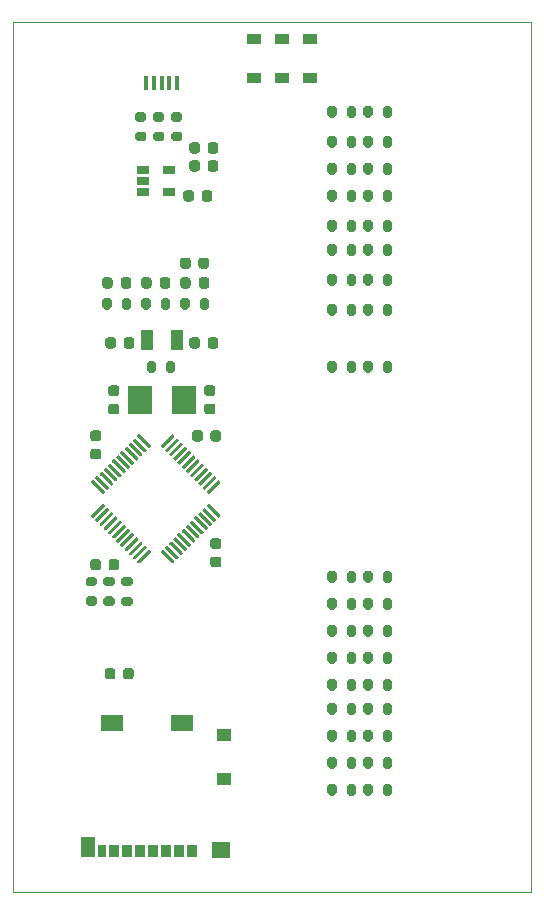
<source format=gbr>
%TF.GenerationSoftware,KiCad,Pcbnew,(5.1.7-0-10_14)*%
%TF.CreationDate,2021-05-27T20:48:50-05:00*%
%TF.ProjectId,bluepill_scsi,626c7565-7069-46c6-9c5f-736373692e6b,rev?*%
%TF.SameCoordinates,Original*%
%TF.FileFunction,Paste,Top*%
%TF.FilePolarity,Positive*%
%FSLAX46Y46*%
G04 Gerber Fmt 4.6, Leading zero omitted, Abs format (unit mm)*
G04 Created by KiCad (PCBNEW (5.1.7-0-10_14)) date 2021-05-27 20:48:50*
%MOMM*%
%LPD*%
G01*
G04 APERTURE LIST*
%TA.AperFunction,Profile*%
%ADD10C,0.050000*%
%TD*%
%ADD11R,1.200000X0.900000*%
%ADD12R,1.900000X1.350000*%
%ADD13R,1.200000X1.000000*%
%ADD14R,1.550000X1.350000*%
%ADD15R,1.170000X1.800000*%
%ADD16R,0.850000X1.100000*%
%ADD17R,0.750000X1.100000*%
%ADD18R,2.000000X2.400000*%
%ADD19R,1.000000X1.800000*%
%ADD20R,1.060000X0.650000*%
%ADD21R,0.450000X1.300000*%
G04 APERTURE END LIST*
D10*
X71755000Y-149225000D02*
X71120000Y-149225000D01*
X71120000Y-147955000D02*
X71120000Y-149225000D01*
X114935000Y-149225000D02*
X71755000Y-149225000D01*
X114935000Y-147955000D02*
X114935000Y-149225000D01*
X114935000Y-75565000D02*
X71120000Y-75565000D01*
X114935000Y-147955000D02*
X114935000Y-75565000D01*
X71120000Y-147955000D02*
X71120000Y-75565000D01*
D11*
%TO.C,D6*%
X91528900Y-76975700D03*
X91528900Y-80275700D03*
%TD*%
%TO.C,D4*%
X96240600Y-76975700D03*
X96240600Y-80275700D03*
%TD*%
%TO.C,D3*%
X93884750Y-76975700D03*
X93884750Y-80275700D03*
%TD*%
%TO.C,R47*%
G36*
G01*
X101556000Y-124566000D02*
X101556000Y-125116000D01*
G75*
G02*
X101356000Y-125316000I-200000J0D01*
G01*
X100956000Y-125316000D01*
G75*
G02*
X100756000Y-125116000I0J200000D01*
G01*
X100756000Y-124566000D01*
G75*
G02*
X100956000Y-124366000I200000J0D01*
G01*
X101356000Y-124366000D01*
G75*
G02*
X101556000Y-124566000I0J-200000D01*
G01*
G37*
G36*
G01*
X103206000Y-124566000D02*
X103206000Y-125116000D01*
G75*
G02*
X103006000Y-125316000I-200000J0D01*
G01*
X102606000Y-125316000D01*
G75*
G02*
X102406000Y-125116000I0J200000D01*
G01*
X102406000Y-124566000D01*
G75*
G02*
X102606000Y-124366000I200000J0D01*
G01*
X103006000Y-124366000D01*
G75*
G02*
X103206000Y-124566000I0J-200000D01*
G01*
G37*
%TD*%
%TO.C,R46*%
G36*
G01*
X99358000Y-125116000D02*
X99358000Y-124566000D01*
G75*
G02*
X99558000Y-124366000I200000J0D01*
G01*
X99958000Y-124366000D01*
G75*
G02*
X100158000Y-124566000I0J-200000D01*
G01*
X100158000Y-125116000D01*
G75*
G02*
X99958000Y-125316000I-200000J0D01*
G01*
X99558000Y-125316000D01*
G75*
G02*
X99358000Y-125116000I0J200000D01*
G01*
G37*
G36*
G01*
X97708000Y-125116000D02*
X97708000Y-124566000D01*
G75*
G02*
X97908000Y-124366000I200000J0D01*
G01*
X98308000Y-124366000D01*
G75*
G02*
X98508000Y-124566000I0J-200000D01*
G01*
X98508000Y-125116000D01*
G75*
G02*
X98308000Y-125316000I-200000J0D01*
G01*
X97908000Y-125316000D01*
G75*
G02*
X97708000Y-125116000I0J200000D01*
G01*
G37*
%TD*%
%TO.C,R45*%
G36*
G01*
X101556000Y-126852000D02*
X101556000Y-127402000D01*
G75*
G02*
X101356000Y-127602000I-200000J0D01*
G01*
X100956000Y-127602000D01*
G75*
G02*
X100756000Y-127402000I0J200000D01*
G01*
X100756000Y-126852000D01*
G75*
G02*
X100956000Y-126652000I200000J0D01*
G01*
X101356000Y-126652000D01*
G75*
G02*
X101556000Y-126852000I0J-200000D01*
G01*
G37*
G36*
G01*
X103206000Y-126852000D02*
X103206000Y-127402000D01*
G75*
G02*
X103006000Y-127602000I-200000J0D01*
G01*
X102606000Y-127602000D01*
G75*
G02*
X102406000Y-127402000I0J200000D01*
G01*
X102406000Y-126852000D01*
G75*
G02*
X102606000Y-126652000I200000J0D01*
G01*
X103006000Y-126652000D01*
G75*
G02*
X103206000Y-126852000I0J-200000D01*
G01*
G37*
%TD*%
%TO.C,R44*%
G36*
G01*
X99358000Y-127402000D02*
X99358000Y-126852000D01*
G75*
G02*
X99558000Y-126652000I200000J0D01*
G01*
X99958000Y-126652000D01*
G75*
G02*
X100158000Y-126852000I0J-200000D01*
G01*
X100158000Y-127402000D01*
G75*
G02*
X99958000Y-127602000I-200000J0D01*
G01*
X99558000Y-127602000D01*
G75*
G02*
X99358000Y-127402000I0J200000D01*
G01*
G37*
G36*
G01*
X97708000Y-127402000D02*
X97708000Y-126852000D01*
G75*
G02*
X97908000Y-126652000I200000J0D01*
G01*
X98308000Y-126652000D01*
G75*
G02*
X98508000Y-126852000I0J-200000D01*
G01*
X98508000Y-127402000D01*
G75*
G02*
X98308000Y-127602000I-200000J0D01*
G01*
X97908000Y-127602000D01*
G75*
G02*
X97708000Y-127402000I0J200000D01*
G01*
G37*
%TD*%
%TO.C,R43*%
G36*
G01*
X101556000Y-129138000D02*
X101556000Y-129688000D01*
G75*
G02*
X101356000Y-129888000I-200000J0D01*
G01*
X100956000Y-129888000D01*
G75*
G02*
X100756000Y-129688000I0J200000D01*
G01*
X100756000Y-129138000D01*
G75*
G02*
X100956000Y-128938000I200000J0D01*
G01*
X101356000Y-128938000D01*
G75*
G02*
X101556000Y-129138000I0J-200000D01*
G01*
G37*
G36*
G01*
X103206000Y-129138000D02*
X103206000Y-129688000D01*
G75*
G02*
X103006000Y-129888000I-200000J0D01*
G01*
X102606000Y-129888000D01*
G75*
G02*
X102406000Y-129688000I0J200000D01*
G01*
X102406000Y-129138000D01*
G75*
G02*
X102606000Y-128938000I200000J0D01*
G01*
X103006000Y-128938000D01*
G75*
G02*
X103206000Y-129138000I0J-200000D01*
G01*
G37*
%TD*%
%TO.C,R42*%
G36*
G01*
X99358000Y-129688000D02*
X99358000Y-129138000D01*
G75*
G02*
X99558000Y-128938000I200000J0D01*
G01*
X99958000Y-128938000D01*
G75*
G02*
X100158000Y-129138000I0J-200000D01*
G01*
X100158000Y-129688000D01*
G75*
G02*
X99958000Y-129888000I-200000J0D01*
G01*
X99558000Y-129888000D01*
G75*
G02*
X99358000Y-129688000I0J200000D01*
G01*
G37*
G36*
G01*
X97708000Y-129688000D02*
X97708000Y-129138000D01*
G75*
G02*
X97908000Y-128938000I200000J0D01*
G01*
X98308000Y-128938000D01*
G75*
G02*
X98508000Y-129138000I0J-200000D01*
G01*
X98508000Y-129688000D01*
G75*
G02*
X98308000Y-129888000I-200000J0D01*
G01*
X97908000Y-129888000D01*
G75*
G02*
X97708000Y-129688000I0J200000D01*
G01*
G37*
%TD*%
%TO.C,R41*%
G36*
G01*
X101556000Y-131424000D02*
X101556000Y-131974000D01*
G75*
G02*
X101356000Y-132174000I-200000J0D01*
G01*
X100956000Y-132174000D01*
G75*
G02*
X100756000Y-131974000I0J200000D01*
G01*
X100756000Y-131424000D01*
G75*
G02*
X100956000Y-131224000I200000J0D01*
G01*
X101356000Y-131224000D01*
G75*
G02*
X101556000Y-131424000I0J-200000D01*
G01*
G37*
G36*
G01*
X103206000Y-131424000D02*
X103206000Y-131974000D01*
G75*
G02*
X103006000Y-132174000I-200000J0D01*
G01*
X102606000Y-132174000D01*
G75*
G02*
X102406000Y-131974000I0J200000D01*
G01*
X102406000Y-131424000D01*
G75*
G02*
X102606000Y-131224000I200000J0D01*
G01*
X103006000Y-131224000D01*
G75*
G02*
X103206000Y-131424000I0J-200000D01*
G01*
G37*
%TD*%
%TO.C,R40*%
G36*
G01*
X99358000Y-131974000D02*
X99358000Y-131424000D01*
G75*
G02*
X99558000Y-131224000I200000J0D01*
G01*
X99958000Y-131224000D01*
G75*
G02*
X100158000Y-131424000I0J-200000D01*
G01*
X100158000Y-131974000D01*
G75*
G02*
X99958000Y-132174000I-200000J0D01*
G01*
X99558000Y-132174000D01*
G75*
G02*
X99358000Y-131974000I0J200000D01*
G01*
G37*
G36*
G01*
X97708000Y-131974000D02*
X97708000Y-131424000D01*
G75*
G02*
X97908000Y-131224000I200000J0D01*
G01*
X98308000Y-131224000D01*
G75*
G02*
X98508000Y-131424000I0J-200000D01*
G01*
X98508000Y-131974000D01*
G75*
G02*
X98308000Y-132174000I-200000J0D01*
G01*
X97908000Y-132174000D01*
G75*
G02*
X97708000Y-131974000I0J200000D01*
G01*
G37*
%TD*%
%TO.C,R39*%
G36*
G01*
X101556000Y-133456000D02*
X101556000Y-134006000D01*
G75*
G02*
X101356000Y-134206000I-200000J0D01*
G01*
X100956000Y-134206000D01*
G75*
G02*
X100756000Y-134006000I0J200000D01*
G01*
X100756000Y-133456000D01*
G75*
G02*
X100956000Y-133256000I200000J0D01*
G01*
X101356000Y-133256000D01*
G75*
G02*
X101556000Y-133456000I0J-200000D01*
G01*
G37*
G36*
G01*
X103206000Y-133456000D02*
X103206000Y-134006000D01*
G75*
G02*
X103006000Y-134206000I-200000J0D01*
G01*
X102606000Y-134206000D01*
G75*
G02*
X102406000Y-134006000I0J200000D01*
G01*
X102406000Y-133456000D01*
G75*
G02*
X102606000Y-133256000I200000J0D01*
G01*
X103006000Y-133256000D01*
G75*
G02*
X103206000Y-133456000I0J-200000D01*
G01*
G37*
%TD*%
%TO.C,R38*%
G36*
G01*
X99358000Y-134006000D02*
X99358000Y-133456000D01*
G75*
G02*
X99558000Y-133256000I200000J0D01*
G01*
X99958000Y-133256000D01*
G75*
G02*
X100158000Y-133456000I0J-200000D01*
G01*
X100158000Y-134006000D01*
G75*
G02*
X99958000Y-134206000I-200000J0D01*
G01*
X99558000Y-134206000D01*
G75*
G02*
X99358000Y-134006000I0J200000D01*
G01*
G37*
G36*
G01*
X97708000Y-134006000D02*
X97708000Y-133456000D01*
G75*
G02*
X97908000Y-133256000I200000J0D01*
G01*
X98308000Y-133256000D01*
G75*
G02*
X98508000Y-133456000I0J-200000D01*
G01*
X98508000Y-134006000D01*
G75*
G02*
X98308000Y-134206000I-200000J0D01*
G01*
X97908000Y-134206000D01*
G75*
G02*
X97708000Y-134006000I0J200000D01*
G01*
G37*
%TD*%
%TO.C,R37*%
G36*
G01*
X101556000Y-135742000D02*
X101556000Y-136292000D01*
G75*
G02*
X101356000Y-136492000I-200000J0D01*
G01*
X100956000Y-136492000D01*
G75*
G02*
X100756000Y-136292000I0J200000D01*
G01*
X100756000Y-135742000D01*
G75*
G02*
X100956000Y-135542000I200000J0D01*
G01*
X101356000Y-135542000D01*
G75*
G02*
X101556000Y-135742000I0J-200000D01*
G01*
G37*
G36*
G01*
X103206000Y-135742000D02*
X103206000Y-136292000D01*
G75*
G02*
X103006000Y-136492000I-200000J0D01*
G01*
X102606000Y-136492000D01*
G75*
G02*
X102406000Y-136292000I0J200000D01*
G01*
X102406000Y-135742000D01*
G75*
G02*
X102606000Y-135542000I200000J0D01*
G01*
X103006000Y-135542000D01*
G75*
G02*
X103206000Y-135742000I0J-200000D01*
G01*
G37*
%TD*%
%TO.C,R36*%
G36*
G01*
X99358000Y-136292000D02*
X99358000Y-135742000D01*
G75*
G02*
X99558000Y-135542000I200000J0D01*
G01*
X99958000Y-135542000D01*
G75*
G02*
X100158000Y-135742000I0J-200000D01*
G01*
X100158000Y-136292000D01*
G75*
G02*
X99958000Y-136492000I-200000J0D01*
G01*
X99558000Y-136492000D01*
G75*
G02*
X99358000Y-136292000I0J200000D01*
G01*
G37*
G36*
G01*
X97708000Y-136292000D02*
X97708000Y-135742000D01*
G75*
G02*
X97908000Y-135542000I200000J0D01*
G01*
X98308000Y-135542000D01*
G75*
G02*
X98508000Y-135742000I0J-200000D01*
G01*
X98508000Y-136292000D01*
G75*
G02*
X98308000Y-136492000I-200000J0D01*
G01*
X97908000Y-136492000D01*
G75*
G02*
X97708000Y-136292000I0J200000D01*
G01*
G37*
%TD*%
%TO.C,R35*%
G36*
G01*
X101556000Y-138028000D02*
X101556000Y-138578000D01*
G75*
G02*
X101356000Y-138778000I-200000J0D01*
G01*
X100956000Y-138778000D01*
G75*
G02*
X100756000Y-138578000I0J200000D01*
G01*
X100756000Y-138028000D01*
G75*
G02*
X100956000Y-137828000I200000J0D01*
G01*
X101356000Y-137828000D01*
G75*
G02*
X101556000Y-138028000I0J-200000D01*
G01*
G37*
G36*
G01*
X103206000Y-138028000D02*
X103206000Y-138578000D01*
G75*
G02*
X103006000Y-138778000I-200000J0D01*
G01*
X102606000Y-138778000D01*
G75*
G02*
X102406000Y-138578000I0J200000D01*
G01*
X102406000Y-138028000D01*
G75*
G02*
X102606000Y-137828000I200000J0D01*
G01*
X103006000Y-137828000D01*
G75*
G02*
X103206000Y-138028000I0J-200000D01*
G01*
G37*
%TD*%
%TO.C,R34*%
G36*
G01*
X99358000Y-138578000D02*
X99358000Y-138028000D01*
G75*
G02*
X99558000Y-137828000I200000J0D01*
G01*
X99958000Y-137828000D01*
G75*
G02*
X100158000Y-138028000I0J-200000D01*
G01*
X100158000Y-138578000D01*
G75*
G02*
X99958000Y-138778000I-200000J0D01*
G01*
X99558000Y-138778000D01*
G75*
G02*
X99358000Y-138578000I0J200000D01*
G01*
G37*
G36*
G01*
X97708000Y-138578000D02*
X97708000Y-138028000D01*
G75*
G02*
X97908000Y-137828000I200000J0D01*
G01*
X98308000Y-137828000D01*
G75*
G02*
X98508000Y-138028000I0J-200000D01*
G01*
X98508000Y-138578000D01*
G75*
G02*
X98308000Y-138778000I-200000J0D01*
G01*
X97908000Y-138778000D01*
G75*
G02*
X97708000Y-138578000I0J200000D01*
G01*
G37*
%TD*%
%TO.C,R33*%
G36*
G01*
X101556000Y-140314000D02*
X101556000Y-140864000D01*
G75*
G02*
X101356000Y-141064000I-200000J0D01*
G01*
X100956000Y-141064000D01*
G75*
G02*
X100756000Y-140864000I0J200000D01*
G01*
X100756000Y-140314000D01*
G75*
G02*
X100956000Y-140114000I200000J0D01*
G01*
X101356000Y-140114000D01*
G75*
G02*
X101556000Y-140314000I0J-200000D01*
G01*
G37*
G36*
G01*
X103206000Y-140314000D02*
X103206000Y-140864000D01*
G75*
G02*
X103006000Y-141064000I-200000J0D01*
G01*
X102606000Y-141064000D01*
G75*
G02*
X102406000Y-140864000I0J200000D01*
G01*
X102406000Y-140314000D01*
G75*
G02*
X102606000Y-140114000I200000J0D01*
G01*
X103006000Y-140114000D01*
G75*
G02*
X103206000Y-140314000I0J-200000D01*
G01*
G37*
%TD*%
%TO.C,R32*%
G36*
G01*
X99358000Y-140864000D02*
X99358000Y-140314000D01*
G75*
G02*
X99558000Y-140114000I200000J0D01*
G01*
X99958000Y-140114000D01*
G75*
G02*
X100158000Y-140314000I0J-200000D01*
G01*
X100158000Y-140864000D01*
G75*
G02*
X99958000Y-141064000I-200000J0D01*
G01*
X99558000Y-141064000D01*
G75*
G02*
X99358000Y-140864000I0J200000D01*
G01*
G37*
G36*
G01*
X97708000Y-140864000D02*
X97708000Y-140314000D01*
G75*
G02*
X97908000Y-140114000I200000J0D01*
G01*
X98308000Y-140114000D01*
G75*
G02*
X98508000Y-140314000I0J-200000D01*
G01*
X98508000Y-140864000D01*
G75*
G02*
X98308000Y-141064000I-200000J0D01*
G01*
X97908000Y-141064000D01*
G75*
G02*
X97708000Y-140864000I0J200000D01*
G01*
G37*
%TD*%
%TO.C,R31*%
G36*
G01*
X101556000Y-122280000D02*
X101556000Y-122830000D01*
G75*
G02*
X101356000Y-123030000I-200000J0D01*
G01*
X100956000Y-123030000D01*
G75*
G02*
X100756000Y-122830000I0J200000D01*
G01*
X100756000Y-122280000D01*
G75*
G02*
X100956000Y-122080000I200000J0D01*
G01*
X101356000Y-122080000D01*
G75*
G02*
X101556000Y-122280000I0J-200000D01*
G01*
G37*
G36*
G01*
X103206000Y-122280000D02*
X103206000Y-122830000D01*
G75*
G02*
X103006000Y-123030000I-200000J0D01*
G01*
X102606000Y-123030000D01*
G75*
G02*
X102406000Y-122830000I0J200000D01*
G01*
X102406000Y-122280000D01*
G75*
G02*
X102606000Y-122080000I200000J0D01*
G01*
X103006000Y-122080000D01*
G75*
G02*
X103206000Y-122280000I0J-200000D01*
G01*
G37*
%TD*%
%TO.C,R30*%
G36*
G01*
X99358000Y-122830000D02*
X99358000Y-122280000D01*
G75*
G02*
X99558000Y-122080000I200000J0D01*
G01*
X99958000Y-122080000D01*
G75*
G02*
X100158000Y-122280000I0J-200000D01*
G01*
X100158000Y-122830000D01*
G75*
G02*
X99958000Y-123030000I-200000J0D01*
G01*
X99558000Y-123030000D01*
G75*
G02*
X99358000Y-122830000I0J200000D01*
G01*
G37*
G36*
G01*
X97708000Y-122830000D02*
X97708000Y-122280000D01*
G75*
G02*
X97908000Y-122080000I200000J0D01*
G01*
X98308000Y-122080000D01*
G75*
G02*
X98508000Y-122280000I0J-200000D01*
G01*
X98508000Y-122830000D01*
G75*
G02*
X98308000Y-123030000I-200000J0D01*
G01*
X97908000Y-123030000D01*
G75*
G02*
X97708000Y-122830000I0J200000D01*
G01*
G37*
%TD*%
%TO.C,R29*%
G36*
G01*
X101556000Y-104500000D02*
X101556000Y-105050000D01*
G75*
G02*
X101356000Y-105250000I-200000J0D01*
G01*
X100956000Y-105250000D01*
G75*
G02*
X100756000Y-105050000I0J200000D01*
G01*
X100756000Y-104500000D01*
G75*
G02*
X100956000Y-104300000I200000J0D01*
G01*
X101356000Y-104300000D01*
G75*
G02*
X101556000Y-104500000I0J-200000D01*
G01*
G37*
G36*
G01*
X103206000Y-104500000D02*
X103206000Y-105050000D01*
G75*
G02*
X103006000Y-105250000I-200000J0D01*
G01*
X102606000Y-105250000D01*
G75*
G02*
X102406000Y-105050000I0J200000D01*
G01*
X102406000Y-104500000D01*
G75*
G02*
X102606000Y-104300000I200000J0D01*
G01*
X103006000Y-104300000D01*
G75*
G02*
X103206000Y-104500000I0J-200000D01*
G01*
G37*
%TD*%
%TO.C,R28*%
G36*
G01*
X99358000Y-105050000D02*
X99358000Y-104500000D01*
G75*
G02*
X99558000Y-104300000I200000J0D01*
G01*
X99958000Y-104300000D01*
G75*
G02*
X100158000Y-104500000I0J-200000D01*
G01*
X100158000Y-105050000D01*
G75*
G02*
X99958000Y-105250000I-200000J0D01*
G01*
X99558000Y-105250000D01*
G75*
G02*
X99358000Y-105050000I0J200000D01*
G01*
G37*
G36*
G01*
X97708000Y-105050000D02*
X97708000Y-104500000D01*
G75*
G02*
X97908000Y-104300000I200000J0D01*
G01*
X98308000Y-104300000D01*
G75*
G02*
X98508000Y-104500000I0J-200000D01*
G01*
X98508000Y-105050000D01*
G75*
G02*
X98308000Y-105250000I-200000J0D01*
G01*
X97908000Y-105250000D01*
G75*
G02*
X97708000Y-105050000I0J200000D01*
G01*
G37*
%TD*%
%TO.C,R27*%
G36*
G01*
X101556000Y-97134000D02*
X101556000Y-97684000D01*
G75*
G02*
X101356000Y-97884000I-200000J0D01*
G01*
X100956000Y-97884000D01*
G75*
G02*
X100756000Y-97684000I0J200000D01*
G01*
X100756000Y-97134000D01*
G75*
G02*
X100956000Y-96934000I200000J0D01*
G01*
X101356000Y-96934000D01*
G75*
G02*
X101556000Y-97134000I0J-200000D01*
G01*
G37*
G36*
G01*
X103206000Y-97134000D02*
X103206000Y-97684000D01*
G75*
G02*
X103006000Y-97884000I-200000J0D01*
G01*
X102606000Y-97884000D01*
G75*
G02*
X102406000Y-97684000I0J200000D01*
G01*
X102406000Y-97134000D01*
G75*
G02*
X102606000Y-96934000I200000J0D01*
G01*
X103006000Y-96934000D01*
G75*
G02*
X103206000Y-97134000I0J-200000D01*
G01*
G37*
%TD*%
%TO.C,R26*%
G36*
G01*
X99358000Y-97684000D02*
X99358000Y-97134000D01*
G75*
G02*
X99558000Y-96934000I200000J0D01*
G01*
X99958000Y-96934000D01*
G75*
G02*
X100158000Y-97134000I0J-200000D01*
G01*
X100158000Y-97684000D01*
G75*
G02*
X99958000Y-97884000I-200000J0D01*
G01*
X99558000Y-97884000D01*
G75*
G02*
X99358000Y-97684000I0J200000D01*
G01*
G37*
G36*
G01*
X97708000Y-97684000D02*
X97708000Y-97134000D01*
G75*
G02*
X97908000Y-96934000I200000J0D01*
G01*
X98308000Y-96934000D01*
G75*
G02*
X98508000Y-97134000I0J-200000D01*
G01*
X98508000Y-97684000D01*
G75*
G02*
X98308000Y-97884000I-200000J0D01*
G01*
X97908000Y-97884000D01*
G75*
G02*
X97708000Y-97684000I0J200000D01*
G01*
G37*
%TD*%
%TO.C,R25*%
G36*
G01*
X101556000Y-94594000D02*
X101556000Y-95144000D01*
G75*
G02*
X101356000Y-95344000I-200000J0D01*
G01*
X100956000Y-95344000D01*
G75*
G02*
X100756000Y-95144000I0J200000D01*
G01*
X100756000Y-94594000D01*
G75*
G02*
X100956000Y-94394000I200000J0D01*
G01*
X101356000Y-94394000D01*
G75*
G02*
X101556000Y-94594000I0J-200000D01*
G01*
G37*
G36*
G01*
X103206000Y-94594000D02*
X103206000Y-95144000D01*
G75*
G02*
X103006000Y-95344000I-200000J0D01*
G01*
X102606000Y-95344000D01*
G75*
G02*
X102406000Y-95144000I0J200000D01*
G01*
X102406000Y-94594000D01*
G75*
G02*
X102606000Y-94394000I200000J0D01*
G01*
X103006000Y-94394000D01*
G75*
G02*
X103206000Y-94594000I0J-200000D01*
G01*
G37*
%TD*%
%TO.C,R24*%
G36*
G01*
X99358000Y-95144000D02*
X99358000Y-94594000D01*
G75*
G02*
X99558000Y-94394000I200000J0D01*
G01*
X99958000Y-94394000D01*
G75*
G02*
X100158000Y-94594000I0J-200000D01*
G01*
X100158000Y-95144000D01*
G75*
G02*
X99958000Y-95344000I-200000J0D01*
G01*
X99558000Y-95344000D01*
G75*
G02*
X99358000Y-95144000I0J200000D01*
G01*
G37*
G36*
G01*
X97708000Y-95144000D02*
X97708000Y-94594000D01*
G75*
G02*
X97908000Y-94394000I200000J0D01*
G01*
X98308000Y-94394000D01*
G75*
G02*
X98508000Y-94594000I0J-200000D01*
G01*
X98508000Y-95144000D01*
G75*
G02*
X98308000Y-95344000I-200000J0D01*
G01*
X97908000Y-95344000D01*
G75*
G02*
X97708000Y-95144000I0J200000D01*
G01*
G37*
%TD*%
%TO.C,R23*%
G36*
G01*
X101556000Y-90022000D02*
X101556000Y-90572000D01*
G75*
G02*
X101356000Y-90772000I-200000J0D01*
G01*
X100956000Y-90772000D01*
G75*
G02*
X100756000Y-90572000I0J200000D01*
G01*
X100756000Y-90022000D01*
G75*
G02*
X100956000Y-89822000I200000J0D01*
G01*
X101356000Y-89822000D01*
G75*
G02*
X101556000Y-90022000I0J-200000D01*
G01*
G37*
G36*
G01*
X103206000Y-90022000D02*
X103206000Y-90572000D01*
G75*
G02*
X103006000Y-90772000I-200000J0D01*
G01*
X102606000Y-90772000D01*
G75*
G02*
X102406000Y-90572000I0J200000D01*
G01*
X102406000Y-90022000D01*
G75*
G02*
X102606000Y-89822000I200000J0D01*
G01*
X103006000Y-89822000D01*
G75*
G02*
X103206000Y-90022000I0J-200000D01*
G01*
G37*
%TD*%
%TO.C,R22*%
G36*
G01*
X99358000Y-90572000D02*
X99358000Y-90022000D01*
G75*
G02*
X99558000Y-89822000I200000J0D01*
G01*
X99958000Y-89822000D01*
G75*
G02*
X100158000Y-90022000I0J-200000D01*
G01*
X100158000Y-90572000D01*
G75*
G02*
X99958000Y-90772000I-200000J0D01*
G01*
X99558000Y-90772000D01*
G75*
G02*
X99358000Y-90572000I0J200000D01*
G01*
G37*
G36*
G01*
X97708000Y-90572000D02*
X97708000Y-90022000D01*
G75*
G02*
X97908000Y-89822000I200000J0D01*
G01*
X98308000Y-89822000D01*
G75*
G02*
X98508000Y-90022000I0J-200000D01*
G01*
X98508000Y-90572000D01*
G75*
G02*
X98308000Y-90772000I-200000J0D01*
G01*
X97908000Y-90772000D01*
G75*
G02*
X97708000Y-90572000I0J200000D01*
G01*
G37*
%TD*%
%TO.C,R21*%
G36*
G01*
X101556000Y-99674000D02*
X101556000Y-100224000D01*
G75*
G02*
X101356000Y-100424000I-200000J0D01*
G01*
X100956000Y-100424000D01*
G75*
G02*
X100756000Y-100224000I0J200000D01*
G01*
X100756000Y-99674000D01*
G75*
G02*
X100956000Y-99474000I200000J0D01*
G01*
X101356000Y-99474000D01*
G75*
G02*
X101556000Y-99674000I0J-200000D01*
G01*
G37*
G36*
G01*
X103206000Y-99674000D02*
X103206000Y-100224000D01*
G75*
G02*
X103006000Y-100424000I-200000J0D01*
G01*
X102606000Y-100424000D01*
G75*
G02*
X102406000Y-100224000I0J200000D01*
G01*
X102406000Y-99674000D01*
G75*
G02*
X102606000Y-99474000I200000J0D01*
G01*
X103006000Y-99474000D01*
G75*
G02*
X103206000Y-99674000I0J-200000D01*
G01*
G37*
%TD*%
%TO.C,R20*%
G36*
G01*
X99358000Y-100224000D02*
X99358000Y-99674000D01*
G75*
G02*
X99558000Y-99474000I200000J0D01*
G01*
X99958000Y-99474000D01*
G75*
G02*
X100158000Y-99674000I0J-200000D01*
G01*
X100158000Y-100224000D01*
G75*
G02*
X99958000Y-100424000I-200000J0D01*
G01*
X99558000Y-100424000D01*
G75*
G02*
X99358000Y-100224000I0J200000D01*
G01*
G37*
G36*
G01*
X97708000Y-100224000D02*
X97708000Y-99674000D01*
G75*
G02*
X97908000Y-99474000I200000J0D01*
G01*
X98308000Y-99474000D01*
G75*
G02*
X98508000Y-99674000I0J-200000D01*
G01*
X98508000Y-100224000D01*
G75*
G02*
X98308000Y-100424000I-200000J0D01*
G01*
X97908000Y-100424000D01*
G75*
G02*
X97708000Y-100224000I0J200000D01*
G01*
G37*
%TD*%
%TO.C,R19*%
G36*
G01*
X101556000Y-92562000D02*
X101556000Y-93112000D01*
G75*
G02*
X101356000Y-93312000I-200000J0D01*
G01*
X100956000Y-93312000D01*
G75*
G02*
X100756000Y-93112000I0J200000D01*
G01*
X100756000Y-92562000D01*
G75*
G02*
X100956000Y-92362000I200000J0D01*
G01*
X101356000Y-92362000D01*
G75*
G02*
X101556000Y-92562000I0J-200000D01*
G01*
G37*
G36*
G01*
X103206000Y-92562000D02*
X103206000Y-93112000D01*
G75*
G02*
X103006000Y-93312000I-200000J0D01*
G01*
X102606000Y-93312000D01*
G75*
G02*
X102406000Y-93112000I0J200000D01*
G01*
X102406000Y-92562000D01*
G75*
G02*
X102606000Y-92362000I200000J0D01*
G01*
X103006000Y-92362000D01*
G75*
G02*
X103206000Y-92562000I0J-200000D01*
G01*
G37*
%TD*%
%TO.C,R18*%
G36*
G01*
X99358000Y-93112000D02*
X99358000Y-92562000D01*
G75*
G02*
X99558000Y-92362000I200000J0D01*
G01*
X99958000Y-92362000D01*
G75*
G02*
X100158000Y-92562000I0J-200000D01*
G01*
X100158000Y-93112000D01*
G75*
G02*
X99958000Y-93312000I-200000J0D01*
G01*
X99558000Y-93312000D01*
G75*
G02*
X99358000Y-93112000I0J200000D01*
G01*
G37*
G36*
G01*
X97708000Y-93112000D02*
X97708000Y-92562000D01*
G75*
G02*
X97908000Y-92362000I200000J0D01*
G01*
X98308000Y-92362000D01*
G75*
G02*
X98508000Y-92562000I0J-200000D01*
G01*
X98508000Y-93112000D01*
G75*
G02*
X98308000Y-93312000I-200000J0D01*
G01*
X97908000Y-93312000D01*
G75*
G02*
X97708000Y-93112000I0J200000D01*
G01*
G37*
%TD*%
%TO.C,R17*%
G36*
G01*
X101556000Y-87736000D02*
X101556000Y-88286000D01*
G75*
G02*
X101356000Y-88486000I-200000J0D01*
G01*
X100956000Y-88486000D01*
G75*
G02*
X100756000Y-88286000I0J200000D01*
G01*
X100756000Y-87736000D01*
G75*
G02*
X100956000Y-87536000I200000J0D01*
G01*
X101356000Y-87536000D01*
G75*
G02*
X101556000Y-87736000I0J-200000D01*
G01*
G37*
G36*
G01*
X103206000Y-87736000D02*
X103206000Y-88286000D01*
G75*
G02*
X103006000Y-88486000I-200000J0D01*
G01*
X102606000Y-88486000D01*
G75*
G02*
X102406000Y-88286000I0J200000D01*
G01*
X102406000Y-87736000D01*
G75*
G02*
X102606000Y-87536000I200000J0D01*
G01*
X103006000Y-87536000D01*
G75*
G02*
X103206000Y-87736000I0J-200000D01*
G01*
G37*
%TD*%
%TO.C,R16*%
G36*
G01*
X99358000Y-88286000D02*
X99358000Y-87736000D01*
G75*
G02*
X99558000Y-87536000I200000J0D01*
G01*
X99958000Y-87536000D01*
G75*
G02*
X100158000Y-87736000I0J-200000D01*
G01*
X100158000Y-88286000D01*
G75*
G02*
X99958000Y-88486000I-200000J0D01*
G01*
X99558000Y-88486000D01*
G75*
G02*
X99358000Y-88286000I0J200000D01*
G01*
G37*
G36*
G01*
X97708000Y-88286000D02*
X97708000Y-87736000D01*
G75*
G02*
X97908000Y-87536000I200000J0D01*
G01*
X98308000Y-87536000D01*
G75*
G02*
X98508000Y-87736000I0J-200000D01*
G01*
X98508000Y-88286000D01*
G75*
G02*
X98308000Y-88486000I-200000J0D01*
G01*
X97908000Y-88486000D01*
G75*
G02*
X97708000Y-88286000I0J200000D01*
G01*
G37*
%TD*%
%TO.C,R15*%
G36*
G01*
X101556000Y-85450000D02*
X101556000Y-86000000D01*
G75*
G02*
X101356000Y-86200000I-200000J0D01*
G01*
X100956000Y-86200000D01*
G75*
G02*
X100756000Y-86000000I0J200000D01*
G01*
X100756000Y-85450000D01*
G75*
G02*
X100956000Y-85250000I200000J0D01*
G01*
X101356000Y-85250000D01*
G75*
G02*
X101556000Y-85450000I0J-200000D01*
G01*
G37*
G36*
G01*
X103206000Y-85450000D02*
X103206000Y-86000000D01*
G75*
G02*
X103006000Y-86200000I-200000J0D01*
G01*
X102606000Y-86200000D01*
G75*
G02*
X102406000Y-86000000I0J200000D01*
G01*
X102406000Y-85450000D01*
G75*
G02*
X102606000Y-85250000I200000J0D01*
G01*
X103006000Y-85250000D01*
G75*
G02*
X103206000Y-85450000I0J-200000D01*
G01*
G37*
%TD*%
%TO.C,R14*%
G36*
G01*
X99358000Y-86000000D02*
X99358000Y-85450000D01*
G75*
G02*
X99558000Y-85250000I200000J0D01*
G01*
X99958000Y-85250000D01*
G75*
G02*
X100158000Y-85450000I0J-200000D01*
G01*
X100158000Y-86000000D01*
G75*
G02*
X99958000Y-86200000I-200000J0D01*
G01*
X99558000Y-86200000D01*
G75*
G02*
X99358000Y-86000000I0J200000D01*
G01*
G37*
G36*
G01*
X97708000Y-86000000D02*
X97708000Y-85450000D01*
G75*
G02*
X97908000Y-85250000I200000J0D01*
G01*
X98308000Y-85250000D01*
G75*
G02*
X98508000Y-85450000I0J-200000D01*
G01*
X98508000Y-86000000D01*
G75*
G02*
X98308000Y-86200000I-200000J0D01*
G01*
X97908000Y-86200000D01*
G75*
G02*
X97708000Y-86000000I0J200000D01*
G01*
G37*
%TD*%
%TO.C,R13*%
G36*
G01*
X101556000Y-82910000D02*
X101556000Y-83460000D01*
G75*
G02*
X101356000Y-83660000I-200000J0D01*
G01*
X100956000Y-83660000D01*
G75*
G02*
X100756000Y-83460000I0J200000D01*
G01*
X100756000Y-82910000D01*
G75*
G02*
X100956000Y-82710000I200000J0D01*
G01*
X101356000Y-82710000D01*
G75*
G02*
X101556000Y-82910000I0J-200000D01*
G01*
G37*
G36*
G01*
X103206000Y-82910000D02*
X103206000Y-83460000D01*
G75*
G02*
X103006000Y-83660000I-200000J0D01*
G01*
X102606000Y-83660000D01*
G75*
G02*
X102406000Y-83460000I0J200000D01*
G01*
X102406000Y-82910000D01*
G75*
G02*
X102606000Y-82710000I200000J0D01*
G01*
X103006000Y-82710000D01*
G75*
G02*
X103206000Y-82910000I0J-200000D01*
G01*
G37*
%TD*%
%TO.C,R12*%
G36*
G01*
X99358000Y-83460000D02*
X99358000Y-82910000D01*
G75*
G02*
X99558000Y-82710000I200000J0D01*
G01*
X99958000Y-82710000D01*
G75*
G02*
X100158000Y-82910000I0J-200000D01*
G01*
X100158000Y-83460000D01*
G75*
G02*
X99958000Y-83660000I-200000J0D01*
G01*
X99558000Y-83660000D01*
G75*
G02*
X99358000Y-83460000I0J200000D01*
G01*
G37*
G36*
G01*
X97708000Y-83460000D02*
X97708000Y-82910000D01*
G75*
G02*
X97908000Y-82710000I200000J0D01*
G01*
X98308000Y-82710000D01*
G75*
G02*
X98508000Y-82910000I0J-200000D01*
G01*
X98508000Y-83460000D01*
G75*
G02*
X98308000Y-83660000I-200000J0D01*
G01*
X97908000Y-83660000D01*
G75*
G02*
X97708000Y-83460000I0J200000D01*
G01*
G37*
%TD*%
%TO.C,C6*%
G36*
G01*
X87574000Y-88007000D02*
X87574000Y-87507000D01*
G75*
G02*
X87799000Y-87282000I225000J0D01*
G01*
X88249000Y-87282000D01*
G75*
G02*
X88474000Y-87507000I0J-225000D01*
G01*
X88474000Y-88007000D01*
G75*
G02*
X88249000Y-88232000I-225000J0D01*
G01*
X87799000Y-88232000D01*
G75*
G02*
X87574000Y-88007000I0J225000D01*
G01*
G37*
G36*
G01*
X86024000Y-88007000D02*
X86024000Y-87507000D01*
G75*
G02*
X86249000Y-87282000I225000J0D01*
G01*
X86699000Y-87282000D01*
G75*
G02*
X86924000Y-87507000I0J-225000D01*
G01*
X86924000Y-88007000D01*
G75*
G02*
X86699000Y-88232000I-225000J0D01*
G01*
X86249000Y-88232000D01*
G75*
G02*
X86024000Y-88007000I0J225000D01*
G01*
G37*
%TD*%
%TO.C,C7*%
G36*
G01*
X87574000Y-86483000D02*
X87574000Y-85983000D01*
G75*
G02*
X87799000Y-85758000I225000J0D01*
G01*
X88249000Y-85758000D01*
G75*
G02*
X88474000Y-85983000I0J-225000D01*
G01*
X88474000Y-86483000D01*
G75*
G02*
X88249000Y-86708000I-225000J0D01*
G01*
X87799000Y-86708000D01*
G75*
G02*
X87574000Y-86483000I0J225000D01*
G01*
G37*
G36*
G01*
X86024000Y-86483000D02*
X86024000Y-85983000D01*
G75*
G02*
X86249000Y-85758000I225000J0D01*
G01*
X86699000Y-85758000D01*
G75*
G02*
X86924000Y-85983000I0J-225000D01*
G01*
X86924000Y-86483000D01*
G75*
G02*
X86699000Y-86708000I-225000J0D01*
G01*
X86249000Y-86708000D01*
G75*
G02*
X86024000Y-86483000I0J225000D01*
G01*
G37*
%TD*%
%TO.C,C5*%
G36*
G01*
X87066000Y-90547000D02*
X87066000Y-90047000D01*
G75*
G02*
X87291000Y-89822000I225000J0D01*
G01*
X87741000Y-89822000D01*
G75*
G02*
X87966000Y-90047000I0J-225000D01*
G01*
X87966000Y-90547000D01*
G75*
G02*
X87741000Y-90772000I-225000J0D01*
G01*
X87291000Y-90772000D01*
G75*
G02*
X87066000Y-90547000I0J225000D01*
G01*
G37*
G36*
G01*
X85516000Y-90547000D02*
X85516000Y-90047000D01*
G75*
G02*
X85741000Y-89822000I225000J0D01*
G01*
X86191000Y-89822000D01*
G75*
G02*
X86416000Y-90047000I0J-225000D01*
G01*
X86416000Y-90547000D01*
G75*
G02*
X86191000Y-90772000I-225000J0D01*
G01*
X85741000Y-90772000D01*
G75*
G02*
X85516000Y-90547000I0J225000D01*
G01*
G37*
%TD*%
D12*
%TO.C,J6*%
X79455000Y-134960000D03*
X85425000Y-134960000D03*
D13*
X88925000Y-139635000D03*
X88925000Y-135935000D03*
D14*
X88750000Y-145660000D03*
D15*
X77430000Y-145435000D03*
D16*
X79690000Y-145785000D03*
X80790000Y-145785000D03*
X81890000Y-145785000D03*
X82990000Y-145785000D03*
X84090000Y-145785000D03*
X85190000Y-145785000D03*
D17*
X78640000Y-145785000D03*
D16*
X86290000Y-145785000D03*
%TD*%
D18*
%TO.C,Y2*%
X85543000Y-107569000D03*
X81843000Y-107569000D03*
%TD*%
D19*
%TO.C,Y3*%
X82443000Y-102489000D03*
X84943000Y-102489000D03*
%TD*%
%TO.C,U2*%
G36*
G01*
X83609264Y-111425516D02*
X84546180Y-110488600D01*
G75*
G02*
X84652246Y-110488600I53033J-53033D01*
G01*
X84758312Y-110594666D01*
G75*
G02*
X84758312Y-110700732I-53033J-53033D01*
G01*
X83821396Y-111637648D01*
G75*
G02*
X83715330Y-111637648I-53033J53033D01*
G01*
X83609264Y-111531582D01*
G75*
G02*
X83609264Y-111425516I53033J53033D01*
G01*
G37*
G36*
G01*
X83962818Y-111779070D02*
X84899734Y-110842154D01*
G75*
G02*
X85005800Y-110842154I53033J-53033D01*
G01*
X85111866Y-110948220D01*
G75*
G02*
X85111866Y-111054286I-53033J-53033D01*
G01*
X84174950Y-111991202D01*
G75*
G02*
X84068884Y-111991202I-53033J53033D01*
G01*
X83962818Y-111885136D01*
G75*
G02*
X83962818Y-111779070I53033J53033D01*
G01*
G37*
G36*
G01*
X84316371Y-112132623D02*
X85253287Y-111195707D01*
G75*
G02*
X85359353Y-111195707I53033J-53033D01*
G01*
X85465419Y-111301773D01*
G75*
G02*
X85465419Y-111407839I-53033J-53033D01*
G01*
X84528503Y-112344755D01*
G75*
G02*
X84422437Y-112344755I-53033J53033D01*
G01*
X84316371Y-112238689D01*
G75*
G02*
X84316371Y-112132623I53033J53033D01*
G01*
G37*
G36*
G01*
X84669925Y-112486177D02*
X85606841Y-111549261D01*
G75*
G02*
X85712907Y-111549261I53033J-53033D01*
G01*
X85818973Y-111655327D01*
G75*
G02*
X85818973Y-111761393I-53033J-53033D01*
G01*
X84882057Y-112698309D01*
G75*
G02*
X84775991Y-112698309I-53033J53033D01*
G01*
X84669925Y-112592243D01*
G75*
G02*
X84669925Y-112486177I53033J53033D01*
G01*
G37*
G36*
G01*
X85023478Y-112839730D02*
X85960394Y-111902814D01*
G75*
G02*
X86066460Y-111902814I53033J-53033D01*
G01*
X86172526Y-112008880D01*
G75*
G02*
X86172526Y-112114946I-53033J-53033D01*
G01*
X85235610Y-113051862D01*
G75*
G02*
X85129544Y-113051862I-53033J53033D01*
G01*
X85023478Y-112945796D01*
G75*
G02*
X85023478Y-112839730I53033J53033D01*
G01*
G37*
G36*
G01*
X85377031Y-113193283D02*
X86313947Y-112256367D01*
G75*
G02*
X86420013Y-112256367I53033J-53033D01*
G01*
X86526079Y-112362433D01*
G75*
G02*
X86526079Y-112468499I-53033J-53033D01*
G01*
X85589163Y-113405415D01*
G75*
G02*
X85483097Y-113405415I-53033J53033D01*
G01*
X85377031Y-113299349D01*
G75*
G02*
X85377031Y-113193283I53033J53033D01*
G01*
G37*
G36*
G01*
X85730585Y-113546837D02*
X86667501Y-112609921D01*
G75*
G02*
X86773567Y-112609921I53033J-53033D01*
G01*
X86879633Y-112715987D01*
G75*
G02*
X86879633Y-112822053I-53033J-53033D01*
G01*
X85942717Y-113758969D01*
G75*
G02*
X85836651Y-113758969I-53033J53033D01*
G01*
X85730585Y-113652903D01*
G75*
G02*
X85730585Y-113546837I53033J53033D01*
G01*
G37*
G36*
G01*
X86084138Y-113900390D02*
X87021054Y-112963474D01*
G75*
G02*
X87127120Y-112963474I53033J-53033D01*
G01*
X87233186Y-113069540D01*
G75*
G02*
X87233186Y-113175606I-53033J-53033D01*
G01*
X86296270Y-114112522D01*
G75*
G02*
X86190204Y-114112522I-53033J53033D01*
G01*
X86084138Y-114006456D01*
G75*
G02*
X86084138Y-113900390I53033J53033D01*
G01*
G37*
G36*
G01*
X86437691Y-114253943D02*
X87374607Y-113317027D01*
G75*
G02*
X87480673Y-113317027I53033J-53033D01*
G01*
X87586739Y-113423093D01*
G75*
G02*
X87586739Y-113529159I-53033J-53033D01*
G01*
X86649823Y-114466075D01*
G75*
G02*
X86543757Y-114466075I-53033J53033D01*
G01*
X86437691Y-114360009D01*
G75*
G02*
X86437691Y-114253943I53033J53033D01*
G01*
G37*
G36*
G01*
X86791245Y-114607497D02*
X87728161Y-113670581D01*
G75*
G02*
X87834227Y-113670581I53033J-53033D01*
G01*
X87940293Y-113776647D01*
G75*
G02*
X87940293Y-113882713I-53033J-53033D01*
G01*
X87003377Y-114819629D01*
G75*
G02*
X86897311Y-114819629I-53033J53033D01*
G01*
X86791245Y-114713563D01*
G75*
G02*
X86791245Y-114607497I53033J53033D01*
G01*
G37*
G36*
G01*
X87144798Y-114961050D02*
X88081714Y-114024134D01*
G75*
G02*
X88187780Y-114024134I53033J-53033D01*
G01*
X88293846Y-114130200D01*
G75*
G02*
X88293846Y-114236266I-53033J-53033D01*
G01*
X87356930Y-115173182D01*
G75*
G02*
X87250864Y-115173182I-53033J53033D01*
G01*
X87144798Y-115067116D01*
G75*
G02*
X87144798Y-114961050I53033J53033D01*
G01*
G37*
G36*
G01*
X87498352Y-115314604D02*
X88435268Y-114377688D01*
G75*
G02*
X88541334Y-114377688I53033J-53033D01*
G01*
X88647400Y-114483754D01*
G75*
G02*
X88647400Y-114589820I-53033J-53033D01*
G01*
X87710484Y-115526736D01*
G75*
G02*
X87604418Y-115526736I-53033J53033D01*
G01*
X87498352Y-115420670D01*
G75*
G02*
X87498352Y-115314604I53033J53033D01*
G01*
G37*
G36*
G01*
X87498352Y-116481330D02*
X87604418Y-116375264D01*
G75*
G02*
X87710484Y-116375264I53033J-53033D01*
G01*
X88647400Y-117312180D01*
G75*
G02*
X88647400Y-117418246I-53033J-53033D01*
G01*
X88541334Y-117524312D01*
G75*
G02*
X88435268Y-117524312I-53033J53033D01*
G01*
X87498352Y-116587396D01*
G75*
G02*
X87498352Y-116481330I53033J53033D01*
G01*
G37*
G36*
G01*
X87144798Y-116834884D02*
X87250864Y-116728818D01*
G75*
G02*
X87356930Y-116728818I53033J-53033D01*
G01*
X88293846Y-117665734D01*
G75*
G02*
X88293846Y-117771800I-53033J-53033D01*
G01*
X88187780Y-117877866D01*
G75*
G02*
X88081714Y-117877866I-53033J53033D01*
G01*
X87144798Y-116940950D01*
G75*
G02*
X87144798Y-116834884I53033J53033D01*
G01*
G37*
G36*
G01*
X86791245Y-117188437D02*
X86897311Y-117082371D01*
G75*
G02*
X87003377Y-117082371I53033J-53033D01*
G01*
X87940293Y-118019287D01*
G75*
G02*
X87940293Y-118125353I-53033J-53033D01*
G01*
X87834227Y-118231419D01*
G75*
G02*
X87728161Y-118231419I-53033J53033D01*
G01*
X86791245Y-117294503D01*
G75*
G02*
X86791245Y-117188437I53033J53033D01*
G01*
G37*
G36*
G01*
X86437691Y-117541991D02*
X86543757Y-117435925D01*
G75*
G02*
X86649823Y-117435925I53033J-53033D01*
G01*
X87586739Y-118372841D01*
G75*
G02*
X87586739Y-118478907I-53033J-53033D01*
G01*
X87480673Y-118584973D01*
G75*
G02*
X87374607Y-118584973I-53033J53033D01*
G01*
X86437691Y-117648057D01*
G75*
G02*
X86437691Y-117541991I53033J53033D01*
G01*
G37*
G36*
G01*
X86084138Y-117895544D02*
X86190204Y-117789478D01*
G75*
G02*
X86296270Y-117789478I53033J-53033D01*
G01*
X87233186Y-118726394D01*
G75*
G02*
X87233186Y-118832460I-53033J-53033D01*
G01*
X87127120Y-118938526D01*
G75*
G02*
X87021054Y-118938526I-53033J53033D01*
G01*
X86084138Y-118001610D01*
G75*
G02*
X86084138Y-117895544I53033J53033D01*
G01*
G37*
G36*
G01*
X85730585Y-118249097D02*
X85836651Y-118143031D01*
G75*
G02*
X85942717Y-118143031I53033J-53033D01*
G01*
X86879633Y-119079947D01*
G75*
G02*
X86879633Y-119186013I-53033J-53033D01*
G01*
X86773567Y-119292079D01*
G75*
G02*
X86667501Y-119292079I-53033J53033D01*
G01*
X85730585Y-118355163D01*
G75*
G02*
X85730585Y-118249097I53033J53033D01*
G01*
G37*
G36*
G01*
X85377031Y-118602651D02*
X85483097Y-118496585D01*
G75*
G02*
X85589163Y-118496585I53033J-53033D01*
G01*
X86526079Y-119433501D01*
G75*
G02*
X86526079Y-119539567I-53033J-53033D01*
G01*
X86420013Y-119645633D01*
G75*
G02*
X86313947Y-119645633I-53033J53033D01*
G01*
X85377031Y-118708717D01*
G75*
G02*
X85377031Y-118602651I53033J53033D01*
G01*
G37*
G36*
G01*
X85023478Y-118956204D02*
X85129544Y-118850138D01*
G75*
G02*
X85235610Y-118850138I53033J-53033D01*
G01*
X86172526Y-119787054D01*
G75*
G02*
X86172526Y-119893120I-53033J-53033D01*
G01*
X86066460Y-119999186D01*
G75*
G02*
X85960394Y-119999186I-53033J53033D01*
G01*
X85023478Y-119062270D01*
G75*
G02*
X85023478Y-118956204I53033J53033D01*
G01*
G37*
G36*
G01*
X84669925Y-119309757D02*
X84775991Y-119203691D01*
G75*
G02*
X84882057Y-119203691I53033J-53033D01*
G01*
X85818973Y-120140607D01*
G75*
G02*
X85818973Y-120246673I-53033J-53033D01*
G01*
X85712907Y-120352739D01*
G75*
G02*
X85606841Y-120352739I-53033J53033D01*
G01*
X84669925Y-119415823D01*
G75*
G02*
X84669925Y-119309757I53033J53033D01*
G01*
G37*
G36*
G01*
X84316371Y-119663311D02*
X84422437Y-119557245D01*
G75*
G02*
X84528503Y-119557245I53033J-53033D01*
G01*
X85465419Y-120494161D01*
G75*
G02*
X85465419Y-120600227I-53033J-53033D01*
G01*
X85359353Y-120706293D01*
G75*
G02*
X85253287Y-120706293I-53033J53033D01*
G01*
X84316371Y-119769377D01*
G75*
G02*
X84316371Y-119663311I53033J53033D01*
G01*
G37*
G36*
G01*
X83962818Y-120016864D02*
X84068884Y-119910798D01*
G75*
G02*
X84174950Y-119910798I53033J-53033D01*
G01*
X85111866Y-120847714D01*
G75*
G02*
X85111866Y-120953780I-53033J-53033D01*
G01*
X85005800Y-121059846D01*
G75*
G02*
X84899734Y-121059846I-53033J53033D01*
G01*
X83962818Y-120122930D01*
G75*
G02*
X83962818Y-120016864I53033J53033D01*
G01*
G37*
G36*
G01*
X83609264Y-120370418D02*
X83715330Y-120264352D01*
G75*
G02*
X83821396Y-120264352I53033J-53033D01*
G01*
X84758312Y-121201268D01*
G75*
G02*
X84758312Y-121307334I-53033J-53033D01*
G01*
X84652246Y-121413400D01*
G75*
G02*
X84546180Y-121413400I-53033J53033D01*
G01*
X83609264Y-120476484D01*
G75*
G02*
X83609264Y-120370418I53033J53033D01*
G01*
G37*
G36*
G01*
X81611688Y-121201268D02*
X82548604Y-120264352D01*
G75*
G02*
X82654670Y-120264352I53033J-53033D01*
G01*
X82760736Y-120370418D01*
G75*
G02*
X82760736Y-120476484I-53033J-53033D01*
G01*
X81823820Y-121413400D01*
G75*
G02*
X81717754Y-121413400I-53033J53033D01*
G01*
X81611688Y-121307334D01*
G75*
G02*
X81611688Y-121201268I53033J53033D01*
G01*
G37*
G36*
G01*
X81258134Y-120847714D02*
X82195050Y-119910798D01*
G75*
G02*
X82301116Y-119910798I53033J-53033D01*
G01*
X82407182Y-120016864D01*
G75*
G02*
X82407182Y-120122930I-53033J-53033D01*
G01*
X81470266Y-121059846D01*
G75*
G02*
X81364200Y-121059846I-53033J53033D01*
G01*
X81258134Y-120953780D01*
G75*
G02*
X81258134Y-120847714I53033J53033D01*
G01*
G37*
G36*
G01*
X80904581Y-120494161D02*
X81841497Y-119557245D01*
G75*
G02*
X81947563Y-119557245I53033J-53033D01*
G01*
X82053629Y-119663311D01*
G75*
G02*
X82053629Y-119769377I-53033J-53033D01*
G01*
X81116713Y-120706293D01*
G75*
G02*
X81010647Y-120706293I-53033J53033D01*
G01*
X80904581Y-120600227D01*
G75*
G02*
X80904581Y-120494161I53033J53033D01*
G01*
G37*
G36*
G01*
X80551027Y-120140607D02*
X81487943Y-119203691D01*
G75*
G02*
X81594009Y-119203691I53033J-53033D01*
G01*
X81700075Y-119309757D01*
G75*
G02*
X81700075Y-119415823I-53033J-53033D01*
G01*
X80763159Y-120352739D01*
G75*
G02*
X80657093Y-120352739I-53033J53033D01*
G01*
X80551027Y-120246673D01*
G75*
G02*
X80551027Y-120140607I53033J53033D01*
G01*
G37*
G36*
G01*
X80197474Y-119787054D02*
X81134390Y-118850138D01*
G75*
G02*
X81240456Y-118850138I53033J-53033D01*
G01*
X81346522Y-118956204D01*
G75*
G02*
X81346522Y-119062270I-53033J-53033D01*
G01*
X80409606Y-119999186D01*
G75*
G02*
X80303540Y-119999186I-53033J53033D01*
G01*
X80197474Y-119893120D01*
G75*
G02*
X80197474Y-119787054I53033J53033D01*
G01*
G37*
G36*
G01*
X79843921Y-119433501D02*
X80780837Y-118496585D01*
G75*
G02*
X80886903Y-118496585I53033J-53033D01*
G01*
X80992969Y-118602651D01*
G75*
G02*
X80992969Y-118708717I-53033J-53033D01*
G01*
X80056053Y-119645633D01*
G75*
G02*
X79949987Y-119645633I-53033J53033D01*
G01*
X79843921Y-119539567D01*
G75*
G02*
X79843921Y-119433501I53033J53033D01*
G01*
G37*
G36*
G01*
X79490367Y-119079947D02*
X80427283Y-118143031D01*
G75*
G02*
X80533349Y-118143031I53033J-53033D01*
G01*
X80639415Y-118249097D01*
G75*
G02*
X80639415Y-118355163I-53033J-53033D01*
G01*
X79702499Y-119292079D01*
G75*
G02*
X79596433Y-119292079I-53033J53033D01*
G01*
X79490367Y-119186013D01*
G75*
G02*
X79490367Y-119079947I53033J53033D01*
G01*
G37*
G36*
G01*
X79136814Y-118726394D02*
X80073730Y-117789478D01*
G75*
G02*
X80179796Y-117789478I53033J-53033D01*
G01*
X80285862Y-117895544D01*
G75*
G02*
X80285862Y-118001610I-53033J-53033D01*
G01*
X79348946Y-118938526D01*
G75*
G02*
X79242880Y-118938526I-53033J53033D01*
G01*
X79136814Y-118832460D01*
G75*
G02*
X79136814Y-118726394I53033J53033D01*
G01*
G37*
G36*
G01*
X78783261Y-118372841D02*
X79720177Y-117435925D01*
G75*
G02*
X79826243Y-117435925I53033J-53033D01*
G01*
X79932309Y-117541991D01*
G75*
G02*
X79932309Y-117648057I-53033J-53033D01*
G01*
X78995393Y-118584973D01*
G75*
G02*
X78889327Y-118584973I-53033J53033D01*
G01*
X78783261Y-118478907D01*
G75*
G02*
X78783261Y-118372841I53033J53033D01*
G01*
G37*
G36*
G01*
X78429707Y-118019287D02*
X79366623Y-117082371D01*
G75*
G02*
X79472689Y-117082371I53033J-53033D01*
G01*
X79578755Y-117188437D01*
G75*
G02*
X79578755Y-117294503I-53033J-53033D01*
G01*
X78641839Y-118231419D01*
G75*
G02*
X78535773Y-118231419I-53033J53033D01*
G01*
X78429707Y-118125353D01*
G75*
G02*
X78429707Y-118019287I53033J53033D01*
G01*
G37*
G36*
G01*
X78076154Y-117665734D02*
X79013070Y-116728818D01*
G75*
G02*
X79119136Y-116728818I53033J-53033D01*
G01*
X79225202Y-116834884D01*
G75*
G02*
X79225202Y-116940950I-53033J-53033D01*
G01*
X78288286Y-117877866D01*
G75*
G02*
X78182220Y-117877866I-53033J53033D01*
G01*
X78076154Y-117771800D01*
G75*
G02*
X78076154Y-117665734I53033J53033D01*
G01*
G37*
G36*
G01*
X77722600Y-117312180D02*
X78659516Y-116375264D01*
G75*
G02*
X78765582Y-116375264I53033J-53033D01*
G01*
X78871648Y-116481330D01*
G75*
G02*
X78871648Y-116587396I-53033J-53033D01*
G01*
X77934732Y-117524312D01*
G75*
G02*
X77828666Y-117524312I-53033J53033D01*
G01*
X77722600Y-117418246D01*
G75*
G02*
X77722600Y-117312180I53033J53033D01*
G01*
G37*
G36*
G01*
X77722600Y-114483754D02*
X77828666Y-114377688D01*
G75*
G02*
X77934732Y-114377688I53033J-53033D01*
G01*
X78871648Y-115314604D01*
G75*
G02*
X78871648Y-115420670I-53033J-53033D01*
G01*
X78765582Y-115526736D01*
G75*
G02*
X78659516Y-115526736I-53033J53033D01*
G01*
X77722600Y-114589820D01*
G75*
G02*
X77722600Y-114483754I53033J53033D01*
G01*
G37*
G36*
G01*
X78076154Y-114130200D02*
X78182220Y-114024134D01*
G75*
G02*
X78288286Y-114024134I53033J-53033D01*
G01*
X79225202Y-114961050D01*
G75*
G02*
X79225202Y-115067116I-53033J-53033D01*
G01*
X79119136Y-115173182D01*
G75*
G02*
X79013070Y-115173182I-53033J53033D01*
G01*
X78076154Y-114236266D01*
G75*
G02*
X78076154Y-114130200I53033J53033D01*
G01*
G37*
G36*
G01*
X78429707Y-113776647D02*
X78535773Y-113670581D01*
G75*
G02*
X78641839Y-113670581I53033J-53033D01*
G01*
X79578755Y-114607497D01*
G75*
G02*
X79578755Y-114713563I-53033J-53033D01*
G01*
X79472689Y-114819629D01*
G75*
G02*
X79366623Y-114819629I-53033J53033D01*
G01*
X78429707Y-113882713D01*
G75*
G02*
X78429707Y-113776647I53033J53033D01*
G01*
G37*
G36*
G01*
X78783261Y-113423093D02*
X78889327Y-113317027D01*
G75*
G02*
X78995393Y-113317027I53033J-53033D01*
G01*
X79932309Y-114253943D01*
G75*
G02*
X79932309Y-114360009I-53033J-53033D01*
G01*
X79826243Y-114466075D01*
G75*
G02*
X79720177Y-114466075I-53033J53033D01*
G01*
X78783261Y-113529159D01*
G75*
G02*
X78783261Y-113423093I53033J53033D01*
G01*
G37*
G36*
G01*
X79136814Y-113069540D02*
X79242880Y-112963474D01*
G75*
G02*
X79348946Y-112963474I53033J-53033D01*
G01*
X80285862Y-113900390D01*
G75*
G02*
X80285862Y-114006456I-53033J-53033D01*
G01*
X80179796Y-114112522D01*
G75*
G02*
X80073730Y-114112522I-53033J53033D01*
G01*
X79136814Y-113175606D01*
G75*
G02*
X79136814Y-113069540I53033J53033D01*
G01*
G37*
G36*
G01*
X79490367Y-112715987D02*
X79596433Y-112609921D01*
G75*
G02*
X79702499Y-112609921I53033J-53033D01*
G01*
X80639415Y-113546837D01*
G75*
G02*
X80639415Y-113652903I-53033J-53033D01*
G01*
X80533349Y-113758969D01*
G75*
G02*
X80427283Y-113758969I-53033J53033D01*
G01*
X79490367Y-112822053D01*
G75*
G02*
X79490367Y-112715987I53033J53033D01*
G01*
G37*
G36*
G01*
X79843921Y-112362433D02*
X79949987Y-112256367D01*
G75*
G02*
X80056053Y-112256367I53033J-53033D01*
G01*
X80992969Y-113193283D01*
G75*
G02*
X80992969Y-113299349I-53033J-53033D01*
G01*
X80886903Y-113405415D01*
G75*
G02*
X80780837Y-113405415I-53033J53033D01*
G01*
X79843921Y-112468499D01*
G75*
G02*
X79843921Y-112362433I53033J53033D01*
G01*
G37*
G36*
G01*
X80197474Y-112008880D02*
X80303540Y-111902814D01*
G75*
G02*
X80409606Y-111902814I53033J-53033D01*
G01*
X81346522Y-112839730D01*
G75*
G02*
X81346522Y-112945796I-53033J-53033D01*
G01*
X81240456Y-113051862D01*
G75*
G02*
X81134390Y-113051862I-53033J53033D01*
G01*
X80197474Y-112114946D01*
G75*
G02*
X80197474Y-112008880I53033J53033D01*
G01*
G37*
G36*
G01*
X80551027Y-111655327D02*
X80657093Y-111549261D01*
G75*
G02*
X80763159Y-111549261I53033J-53033D01*
G01*
X81700075Y-112486177D01*
G75*
G02*
X81700075Y-112592243I-53033J-53033D01*
G01*
X81594009Y-112698309D01*
G75*
G02*
X81487943Y-112698309I-53033J53033D01*
G01*
X80551027Y-111761393D01*
G75*
G02*
X80551027Y-111655327I53033J53033D01*
G01*
G37*
G36*
G01*
X80904581Y-111301773D02*
X81010647Y-111195707D01*
G75*
G02*
X81116713Y-111195707I53033J-53033D01*
G01*
X82053629Y-112132623D01*
G75*
G02*
X82053629Y-112238689I-53033J-53033D01*
G01*
X81947563Y-112344755D01*
G75*
G02*
X81841497Y-112344755I-53033J53033D01*
G01*
X80904581Y-111407839D01*
G75*
G02*
X80904581Y-111301773I53033J53033D01*
G01*
G37*
G36*
G01*
X81258134Y-110948220D02*
X81364200Y-110842154D01*
G75*
G02*
X81470266Y-110842154I53033J-53033D01*
G01*
X82407182Y-111779070D01*
G75*
G02*
X82407182Y-111885136I-53033J-53033D01*
G01*
X82301116Y-111991202D01*
G75*
G02*
X82195050Y-111991202I-53033J53033D01*
G01*
X81258134Y-111054286D01*
G75*
G02*
X81258134Y-110948220I53033J53033D01*
G01*
G37*
G36*
G01*
X81611688Y-110594666D02*
X81717754Y-110488600D01*
G75*
G02*
X81823820Y-110488600I53033J-53033D01*
G01*
X82760736Y-111425516D01*
G75*
G02*
X82760736Y-111531582I-53033J-53033D01*
G01*
X82654670Y-111637648D01*
G75*
G02*
X82548604Y-111637648I-53033J53033D01*
G01*
X81611688Y-110700732D01*
G75*
G02*
X81611688Y-110594666I53033J53033D01*
G01*
G37*
%TD*%
D20*
%TO.C,U1*%
X84285000Y-88077000D03*
X84285000Y-89977000D03*
X82085000Y-89977000D03*
X82085000Y-89027000D03*
X82085000Y-88077000D03*
%TD*%
%TO.C,R4*%
G36*
G01*
X78947600Y-124199200D02*
X79497600Y-124199200D01*
G75*
G02*
X79697600Y-124399200I0J-200000D01*
G01*
X79697600Y-124799200D01*
G75*
G02*
X79497600Y-124999200I-200000J0D01*
G01*
X78947600Y-124999200D01*
G75*
G02*
X78747600Y-124799200I0J200000D01*
G01*
X78747600Y-124399200D01*
G75*
G02*
X78947600Y-124199200I200000J0D01*
G01*
G37*
G36*
G01*
X78947600Y-122549200D02*
X79497600Y-122549200D01*
G75*
G02*
X79697600Y-122749200I0J-200000D01*
G01*
X79697600Y-123149200D01*
G75*
G02*
X79497600Y-123349200I-200000J0D01*
G01*
X78947600Y-123349200D01*
G75*
G02*
X78747600Y-123149200I0J200000D01*
G01*
X78747600Y-122749200D01*
G75*
G02*
X78947600Y-122549200I200000J0D01*
G01*
G37*
%TD*%
%TO.C,R3*%
G36*
G01*
X77461700Y-124199200D02*
X78011700Y-124199200D01*
G75*
G02*
X78211700Y-124399200I0J-200000D01*
G01*
X78211700Y-124799200D01*
G75*
G02*
X78011700Y-124999200I-200000J0D01*
G01*
X77461700Y-124999200D01*
G75*
G02*
X77261700Y-124799200I0J200000D01*
G01*
X77261700Y-124399200D01*
G75*
G02*
X77461700Y-124199200I200000J0D01*
G01*
G37*
G36*
G01*
X77461700Y-122549200D02*
X78011700Y-122549200D01*
G75*
G02*
X78211700Y-122749200I0J-200000D01*
G01*
X78211700Y-123149200D01*
G75*
G02*
X78011700Y-123349200I-200000J0D01*
G01*
X77461700Y-123349200D01*
G75*
G02*
X77261700Y-123149200I0J200000D01*
G01*
X77261700Y-122749200D01*
G75*
G02*
X77461700Y-122549200I200000J0D01*
G01*
G37*
%TD*%
%TO.C,R10*%
G36*
G01*
X84688000Y-84880000D02*
X85238000Y-84880000D01*
G75*
G02*
X85438000Y-85080000I0J-200000D01*
G01*
X85438000Y-85480000D01*
G75*
G02*
X85238000Y-85680000I-200000J0D01*
G01*
X84688000Y-85680000D01*
G75*
G02*
X84488000Y-85480000I0J200000D01*
G01*
X84488000Y-85080000D01*
G75*
G02*
X84688000Y-84880000I200000J0D01*
G01*
G37*
G36*
G01*
X84688000Y-83230000D02*
X85238000Y-83230000D01*
G75*
G02*
X85438000Y-83430000I0J-200000D01*
G01*
X85438000Y-83830000D01*
G75*
G02*
X85238000Y-84030000I-200000J0D01*
G01*
X84688000Y-84030000D01*
G75*
G02*
X84488000Y-83830000I0J200000D01*
G01*
X84488000Y-83430000D01*
G75*
G02*
X84688000Y-83230000I200000J0D01*
G01*
G37*
%TD*%
%TO.C,R6*%
G36*
G01*
X84055000Y-105050000D02*
X84055000Y-104500000D01*
G75*
G02*
X84255000Y-104300000I200000J0D01*
G01*
X84655000Y-104300000D01*
G75*
G02*
X84855000Y-104500000I0J-200000D01*
G01*
X84855000Y-105050000D01*
G75*
G02*
X84655000Y-105250000I-200000J0D01*
G01*
X84255000Y-105250000D01*
G75*
G02*
X84055000Y-105050000I0J200000D01*
G01*
G37*
G36*
G01*
X82405000Y-105050000D02*
X82405000Y-104500000D01*
G75*
G02*
X82605000Y-104300000I200000J0D01*
G01*
X83005000Y-104300000D01*
G75*
G02*
X83205000Y-104500000I0J-200000D01*
G01*
X83205000Y-105050000D01*
G75*
G02*
X83005000Y-105250000I-200000J0D01*
G01*
X82605000Y-105250000D01*
G75*
G02*
X82405000Y-105050000I0J200000D01*
G01*
G37*
%TD*%
%TO.C,R5*%
G36*
G01*
X83610000Y-99716000D02*
X83610000Y-99166000D01*
G75*
G02*
X83810000Y-98966000I200000J0D01*
G01*
X84210000Y-98966000D01*
G75*
G02*
X84410000Y-99166000I0J-200000D01*
G01*
X84410000Y-99716000D01*
G75*
G02*
X84210000Y-99916000I-200000J0D01*
G01*
X83810000Y-99916000D01*
G75*
G02*
X83610000Y-99716000I0J200000D01*
G01*
G37*
G36*
G01*
X81960000Y-99716000D02*
X81960000Y-99166000D01*
G75*
G02*
X82160000Y-98966000I200000J0D01*
G01*
X82560000Y-98966000D01*
G75*
G02*
X82760000Y-99166000I0J-200000D01*
G01*
X82760000Y-99716000D01*
G75*
G02*
X82560000Y-99916000I-200000J0D01*
G01*
X82160000Y-99916000D01*
G75*
G02*
X81960000Y-99716000I0J200000D01*
G01*
G37*
%TD*%
%TO.C,R11*%
G36*
G01*
X83164000Y-84880000D02*
X83714000Y-84880000D01*
G75*
G02*
X83914000Y-85080000I0J-200000D01*
G01*
X83914000Y-85480000D01*
G75*
G02*
X83714000Y-85680000I-200000J0D01*
G01*
X83164000Y-85680000D01*
G75*
G02*
X82964000Y-85480000I0J200000D01*
G01*
X82964000Y-85080000D01*
G75*
G02*
X83164000Y-84880000I200000J0D01*
G01*
G37*
G36*
G01*
X83164000Y-83230000D02*
X83714000Y-83230000D01*
G75*
G02*
X83914000Y-83430000I0J-200000D01*
G01*
X83914000Y-83830000D01*
G75*
G02*
X83714000Y-84030000I-200000J0D01*
G01*
X83164000Y-84030000D01*
G75*
G02*
X82964000Y-83830000I0J200000D01*
G01*
X82964000Y-83430000D01*
G75*
G02*
X83164000Y-83230000I200000J0D01*
G01*
G37*
%TD*%
%TO.C,R9*%
G36*
G01*
X82190000Y-84030000D02*
X81640000Y-84030000D01*
G75*
G02*
X81440000Y-83830000I0J200000D01*
G01*
X81440000Y-83430000D01*
G75*
G02*
X81640000Y-83230000I200000J0D01*
G01*
X82190000Y-83230000D01*
G75*
G02*
X82390000Y-83430000I0J-200000D01*
G01*
X82390000Y-83830000D01*
G75*
G02*
X82190000Y-84030000I-200000J0D01*
G01*
G37*
G36*
G01*
X82190000Y-85680000D02*
X81640000Y-85680000D01*
G75*
G02*
X81440000Y-85480000I0J200000D01*
G01*
X81440000Y-85080000D01*
G75*
G02*
X81640000Y-84880000I200000J0D01*
G01*
X82190000Y-84880000D01*
G75*
G02*
X82390000Y-85080000I0J-200000D01*
G01*
X82390000Y-85480000D01*
G75*
G02*
X82190000Y-85680000I-200000J0D01*
G01*
G37*
%TD*%
%TO.C,R7*%
G36*
G01*
X80308000Y-99716000D02*
X80308000Y-99166000D01*
G75*
G02*
X80508000Y-98966000I200000J0D01*
G01*
X80908000Y-98966000D01*
G75*
G02*
X81108000Y-99166000I0J-200000D01*
G01*
X81108000Y-99716000D01*
G75*
G02*
X80908000Y-99916000I-200000J0D01*
G01*
X80508000Y-99916000D01*
G75*
G02*
X80308000Y-99716000I0J200000D01*
G01*
G37*
G36*
G01*
X78658000Y-99716000D02*
X78658000Y-99166000D01*
G75*
G02*
X78858000Y-98966000I200000J0D01*
G01*
X79258000Y-98966000D01*
G75*
G02*
X79458000Y-99166000I0J-200000D01*
G01*
X79458000Y-99716000D01*
G75*
G02*
X79258000Y-99916000I-200000J0D01*
G01*
X78858000Y-99916000D01*
G75*
G02*
X78658000Y-99716000I0J200000D01*
G01*
G37*
%TD*%
%TO.C,R1*%
G36*
G01*
X86912000Y-99716000D02*
X86912000Y-99166000D01*
G75*
G02*
X87112000Y-98966000I200000J0D01*
G01*
X87512000Y-98966000D01*
G75*
G02*
X87712000Y-99166000I0J-200000D01*
G01*
X87712000Y-99716000D01*
G75*
G02*
X87512000Y-99916000I-200000J0D01*
G01*
X87112000Y-99916000D01*
G75*
G02*
X86912000Y-99716000I0J200000D01*
G01*
G37*
G36*
G01*
X85262000Y-99716000D02*
X85262000Y-99166000D01*
G75*
G02*
X85462000Y-98966000I200000J0D01*
G01*
X85862000Y-98966000D01*
G75*
G02*
X86062000Y-99166000I0J-200000D01*
G01*
X86062000Y-99716000D01*
G75*
G02*
X85862000Y-99916000I-200000J0D01*
G01*
X85462000Y-99916000D01*
G75*
G02*
X85262000Y-99716000I0J200000D01*
G01*
G37*
%TD*%
%TO.C,R2*%
G36*
G01*
X81021600Y-123361900D02*
X80471600Y-123361900D01*
G75*
G02*
X80271600Y-123161900I0J200000D01*
G01*
X80271600Y-122761900D01*
G75*
G02*
X80471600Y-122561900I200000J0D01*
G01*
X81021600Y-122561900D01*
G75*
G02*
X81221600Y-122761900I0J-200000D01*
G01*
X81221600Y-123161900D01*
G75*
G02*
X81021600Y-123361900I-200000J0D01*
G01*
G37*
G36*
G01*
X81021600Y-125011900D02*
X80471600Y-125011900D01*
G75*
G02*
X80271600Y-124811900I0J200000D01*
G01*
X80271600Y-124411900D01*
G75*
G02*
X80471600Y-124211900I200000J0D01*
G01*
X81021600Y-124211900D01*
G75*
G02*
X81221600Y-124411900I0J-200000D01*
G01*
X81221600Y-124811900D01*
G75*
G02*
X81021600Y-125011900I-200000J0D01*
G01*
G37*
%TD*%
D21*
%TO.C,J3*%
X82393000Y-80767000D03*
X83043000Y-80767000D03*
X83693000Y-80767000D03*
X84343000Y-80767000D03*
X84993000Y-80767000D03*
%TD*%
%TO.C,D2*%
G36*
G01*
X83535000Y-97919250D02*
X83535000Y-97406750D01*
G75*
G02*
X83753750Y-97188000I218750J0D01*
G01*
X84191250Y-97188000D01*
G75*
G02*
X84410000Y-97406750I0J-218750D01*
G01*
X84410000Y-97919250D01*
G75*
G02*
X84191250Y-98138000I-218750J0D01*
G01*
X83753750Y-98138000D01*
G75*
G02*
X83535000Y-97919250I0J218750D01*
G01*
G37*
G36*
G01*
X81960000Y-97919250D02*
X81960000Y-97406750D01*
G75*
G02*
X82178750Y-97188000I218750J0D01*
G01*
X82616250Y-97188000D01*
G75*
G02*
X82835000Y-97406750I0J-218750D01*
G01*
X82835000Y-97919250D01*
G75*
G02*
X82616250Y-98138000I-218750J0D01*
G01*
X82178750Y-98138000D01*
G75*
G02*
X81960000Y-97919250I0J218750D01*
G01*
G37*
%TD*%
%TO.C,D5*%
G36*
G01*
X80233000Y-97919250D02*
X80233000Y-97406750D01*
G75*
G02*
X80451750Y-97188000I218750J0D01*
G01*
X80889250Y-97188000D01*
G75*
G02*
X81108000Y-97406750I0J-218750D01*
G01*
X81108000Y-97919250D01*
G75*
G02*
X80889250Y-98138000I-218750J0D01*
G01*
X80451750Y-98138000D01*
G75*
G02*
X80233000Y-97919250I0J218750D01*
G01*
G37*
G36*
G01*
X78658000Y-97919250D02*
X78658000Y-97406750D01*
G75*
G02*
X78876750Y-97188000I218750J0D01*
G01*
X79314250Y-97188000D01*
G75*
G02*
X79533000Y-97406750I0J-218750D01*
G01*
X79533000Y-97919250D01*
G75*
G02*
X79314250Y-98138000I-218750J0D01*
G01*
X78876750Y-98138000D01*
G75*
G02*
X78658000Y-97919250I0J218750D01*
G01*
G37*
%TD*%
%TO.C,D1*%
G36*
G01*
X86837000Y-97919250D02*
X86837000Y-97406750D01*
G75*
G02*
X87055750Y-97188000I218750J0D01*
G01*
X87493250Y-97188000D01*
G75*
G02*
X87712000Y-97406750I0J-218750D01*
G01*
X87712000Y-97919250D01*
G75*
G02*
X87493250Y-98138000I-218750J0D01*
G01*
X87055750Y-98138000D01*
G75*
G02*
X86837000Y-97919250I0J218750D01*
G01*
G37*
G36*
G01*
X85262000Y-97919250D02*
X85262000Y-97406750D01*
G75*
G02*
X85480750Y-97188000I218750J0D01*
G01*
X85918250Y-97188000D01*
G75*
G02*
X86137000Y-97406750I0J-218750D01*
G01*
X86137000Y-97919250D01*
G75*
G02*
X85918250Y-98138000I-218750J0D01*
G01*
X85480750Y-98138000D01*
G75*
G02*
X85262000Y-97919250I0J218750D01*
G01*
G37*
%TD*%
%TO.C,C1*%
G36*
G01*
X86149300Y-95736600D02*
X86149300Y-96236600D01*
G75*
G02*
X85924300Y-96461600I-225000J0D01*
G01*
X85474300Y-96461600D01*
G75*
G02*
X85249300Y-96236600I0J225000D01*
G01*
X85249300Y-95736600D01*
G75*
G02*
X85474300Y-95511600I225000J0D01*
G01*
X85924300Y-95511600D01*
G75*
G02*
X86149300Y-95736600I0J-225000D01*
G01*
G37*
G36*
G01*
X87699300Y-95736600D02*
X87699300Y-96236600D01*
G75*
G02*
X87474300Y-96461600I-225000J0D01*
G01*
X87024300Y-96461600D01*
G75*
G02*
X86799300Y-96236600I0J225000D01*
G01*
X86799300Y-95736600D01*
G75*
G02*
X87024300Y-95511600I225000J0D01*
G01*
X87474300Y-95511600D01*
G75*
G02*
X87699300Y-95736600I0J-225000D01*
G01*
G37*
%TD*%
%TO.C,C4*%
G36*
G01*
X87815000Y-110867000D02*
X87815000Y-110367000D01*
G75*
G02*
X88040000Y-110142000I225000J0D01*
G01*
X88490000Y-110142000D01*
G75*
G02*
X88715000Y-110367000I0J-225000D01*
G01*
X88715000Y-110867000D01*
G75*
G02*
X88490000Y-111092000I-225000J0D01*
G01*
X88040000Y-111092000D01*
G75*
G02*
X87815000Y-110867000I0J225000D01*
G01*
G37*
G36*
G01*
X86265000Y-110867000D02*
X86265000Y-110367000D01*
G75*
G02*
X86490000Y-110142000I225000J0D01*
G01*
X86940000Y-110142000D01*
G75*
G02*
X87165000Y-110367000I0J-225000D01*
G01*
X87165000Y-110867000D01*
G75*
G02*
X86940000Y-111092000I-225000J0D01*
G01*
X86490000Y-111092000D01*
G75*
G02*
X86265000Y-110867000I0J225000D01*
G01*
G37*
%TD*%
%TO.C,C3*%
G36*
G01*
X78542000Y-121276300D02*
X78542000Y-121776300D01*
G75*
G02*
X78317000Y-122001300I-225000J0D01*
G01*
X77867000Y-122001300D01*
G75*
G02*
X77642000Y-121776300I0J225000D01*
G01*
X77642000Y-121276300D01*
G75*
G02*
X77867000Y-121051300I225000J0D01*
G01*
X78317000Y-121051300D01*
G75*
G02*
X78542000Y-121276300I0J-225000D01*
G01*
G37*
G36*
G01*
X80092000Y-121276300D02*
X80092000Y-121776300D01*
G75*
G02*
X79867000Y-122001300I-225000J0D01*
G01*
X79417000Y-122001300D01*
G75*
G02*
X79192000Y-121776300I0J225000D01*
G01*
X79192000Y-121276300D01*
G75*
G02*
X79417000Y-121051300I225000J0D01*
G01*
X79867000Y-121051300D01*
G75*
G02*
X80092000Y-121276300I0J-225000D01*
G01*
G37*
%TD*%
%TO.C,C11*%
G36*
G01*
X88015000Y-120835000D02*
X88515000Y-120835000D01*
G75*
G02*
X88740000Y-121060000I0J-225000D01*
G01*
X88740000Y-121510000D01*
G75*
G02*
X88515000Y-121735000I-225000J0D01*
G01*
X88015000Y-121735000D01*
G75*
G02*
X87790000Y-121510000I0J225000D01*
G01*
X87790000Y-121060000D01*
G75*
G02*
X88015000Y-120835000I225000J0D01*
G01*
G37*
G36*
G01*
X88015000Y-119285000D02*
X88515000Y-119285000D01*
G75*
G02*
X88740000Y-119510000I0J-225000D01*
G01*
X88740000Y-119960000D01*
G75*
G02*
X88515000Y-120185000I-225000J0D01*
G01*
X88015000Y-120185000D01*
G75*
G02*
X87790000Y-119960000I0J225000D01*
G01*
X87790000Y-119510000D01*
G75*
G02*
X88015000Y-119285000I225000J0D01*
G01*
G37*
%TD*%
%TO.C,C10*%
G36*
G01*
X78355000Y-111054000D02*
X77855000Y-111054000D01*
G75*
G02*
X77630000Y-110829000I0J225000D01*
G01*
X77630000Y-110379000D01*
G75*
G02*
X77855000Y-110154000I225000J0D01*
G01*
X78355000Y-110154000D01*
G75*
G02*
X78580000Y-110379000I0J-225000D01*
G01*
X78580000Y-110829000D01*
G75*
G02*
X78355000Y-111054000I-225000J0D01*
G01*
G37*
G36*
G01*
X78355000Y-112604000D02*
X77855000Y-112604000D01*
G75*
G02*
X77630000Y-112379000I0J225000D01*
G01*
X77630000Y-111929000D01*
G75*
G02*
X77855000Y-111704000I225000J0D01*
G01*
X78355000Y-111704000D01*
G75*
G02*
X78580000Y-111929000I0J-225000D01*
G01*
X78580000Y-112379000D01*
G75*
G02*
X78355000Y-112604000I-225000J0D01*
G01*
G37*
%TD*%
%TO.C,C14*%
G36*
G01*
X88007000Y-107231000D02*
X87507000Y-107231000D01*
G75*
G02*
X87282000Y-107006000I0J225000D01*
G01*
X87282000Y-106556000D01*
G75*
G02*
X87507000Y-106331000I225000J0D01*
G01*
X88007000Y-106331000D01*
G75*
G02*
X88232000Y-106556000I0J-225000D01*
G01*
X88232000Y-107006000D01*
G75*
G02*
X88007000Y-107231000I-225000J0D01*
G01*
G37*
G36*
G01*
X88007000Y-108781000D02*
X87507000Y-108781000D01*
G75*
G02*
X87282000Y-108556000I0J225000D01*
G01*
X87282000Y-108106000D01*
G75*
G02*
X87507000Y-107881000I225000J0D01*
G01*
X88007000Y-107881000D01*
G75*
G02*
X88232000Y-108106000I0J-225000D01*
G01*
X88232000Y-108556000D01*
G75*
G02*
X88007000Y-108781000I-225000J0D01*
G01*
G37*
%TD*%
%TO.C,C13*%
G36*
G01*
X79879000Y-107244000D02*
X79379000Y-107244000D01*
G75*
G02*
X79154000Y-107019000I0J225000D01*
G01*
X79154000Y-106569000D01*
G75*
G02*
X79379000Y-106344000I225000J0D01*
G01*
X79879000Y-106344000D01*
G75*
G02*
X80104000Y-106569000I0J-225000D01*
G01*
X80104000Y-107019000D01*
G75*
G02*
X79879000Y-107244000I-225000J0D01*
G01*
G37*
G36*
G01*
X79879000Y-108794000D02*
X79379000Y-108794000D01*
G75*
G02*
X79154000Y-108569000I0J225000D01*
G01*
X79154000Y-108119000D01*
G75*
G02*
X79379000Y-107894000I225000J0D01*
G01*
X79879000Y-107894000D01*
G75*
G02*
X80104000Y-108119000I0J-225000D01*
G01*
X80104000Y-108569000D01*
G75*
G02*
X79879000Y-108794000I-225000J0D01*
G01*
G37*
%TD*%
%TO.C,C2*%
G36*
G01*
X79773900Y-130509200D02*
X79773900Y-131009200D01*
G75*
G02*
X79548900Y-131234200I-225000J0D01*
G01*
X79098900Y-131234200D01*
G75*
G02*
X78873900Y-131009200I0J225000D01*
G01*
X78873900Y-130509200D01*
G75*
G02*
X79098900Y-130284200I225000J0D01*
G01*
X79548900Y-130284200D01*
G75*
G02*
X79773900Y-130509200I0J-225000D01*
G01*
G37*
G36*
G01*
X81323900Y-130509200D02*
X81323900Y-131009200D01*
G75*
G02*
X81098900Y-131234200I-225000J0D01*
G01*
X80648900Y-131234200D01*
G75*
G02*
X80423900Y-131009200I0J225000D01*
G01*
X80423900Y-130509200D01*
G75*
G02*
X80648900Y-130284200I225000J0D01*
G01*
X81098900Y-130284200D01*
G75*
G02*
X81323900Y-130509200I0J-225000D01*
G01*
G37*
%TD*%
%TO.C,C12*%
G36*
G01*
X79812000Y-102493000D02*
X79812000Y-102993000D01*
G75*
G02*
X79587000Y-103218000I-225000J0D01*
G01*
X79137000Y-103218000D01*
G75*
G02*
X78912000Y-102993000I0J225000D01*
G01*
X78912000Y-102493000D01*
G75*
G02*
X79137000Y-102268000I225000J0D01*
G01*
X79587000Y-102268000D01*
G75*
G02*
X79812000Y-102493000I0J-225000D01*
G01*
G37*
G36*
G01*
X81362000Y-102493000D02*
X81362000Y-102993000D01*
G75*
G02*
X81137000Y-103218000I-225000J0D01*
G01*
X80687000Y-103218000D01*
G75*
G02*
X80462000Y-102993000I0J225000D01*
G01*
X80462000Y-102493000D01*
G75*
G02*
X80687000Y-102268000I225000J0D01*
G01*
X81137000Y-102268000D01*
G75*
G02*
X81362000Y-102493000I0J-225000D01*
G01*
G37*
%TD*%
%TO.C,C9*%
G36*
G01*
X87574000Y-102993000D02*
X87574000Y-102493000D01*
G75*
G02*
X87799000Y-102268000I225000J0D01*
G01*
X88249000Y-102268000D01*
G75*
G02*
X88474000Y-102493000I0J-225000D01*
G01*
X88474000Y-102993000D01*
G75*
G02*
X88249000Y-103218000I-225000J0D01*
G01*
X87799000Y-103218000D01*
G75*
G02*
X87574000Y-102993000I0J225000D01*
G01*
G37*
G36*
G01*
X86024000Y-102993000D02*
X86024000Y-102493000D01*
G75*
G02*
X86249000Y-102268000I225000J0D01*
G01*
X86699000Y-102268000D01*
G75*
G02*
X86924000Y-102493000I0J-225000D01*
G01*
X86924000Y-102993000D01*
G75*
G02*
X86699000Y-103218000I-225000J0D01*
G01*
X86249000Y-103218000D01*
G75*
G02*
X86024000Y-102993000I0J225000D01*
G01*
G37*
%TD*%
M02*

</source>
